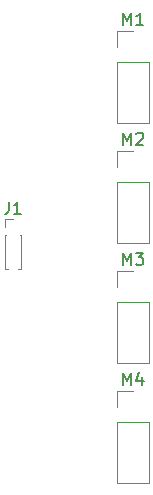
<source format=gbr>
%TF.GenerationSoftware,KiCad,Pcbnew,7.0.11+dfsg-1build4*%
%TF.CreationDate,2024-10-29T00:20:35+01:00*%
%TF.ProjectId,4to1Servosiganlforplanes,34746f31-5365-4727-966f-736967616e6c,rev?*%
%TF.SameCoordinates,Original*%
%TF.FileFunction,Legend,Top*%
%TF.FilePolarity,Positive*%
%FSLAX46Y46*%
G04 Gerber Fmt 4.6, Leading zero omitted, Abs format (unit mm)*
G04 Created by KiCad (PCBNEW 7.0.11+dfsg-1build4) date 2024-10-29 00:20:35*
%MOMM*%
%LPD*%
G01*
G04 APERTURE LIST*
%ADD10C,0.150000*%
%ADD11C,0.120000*%
G04 APERTURE END LIST*
D10*
X110950476Y-94644819D02*
X110950476Y-93644819D01*
X110950476Y-93644819D02*
X111283809Y-94359104D01*
X111283809Y-94359104D02*
X111617142Y-93644819D01*
X111617142Y-93644819D02*
X111617142Y-94644819D01*
X112521904Y-93978152D02*
X112521904Y-94644819D01*
X112283809Y-93597200D02*
X112045714Y-94311485D01*
X112045714Y-94311485D02*
X112664761Y-94311485D01*
X110950476Y-84484819D02*
X110950476Y-83484819D01*
X110950476Y-83484819D02*
X111283809Y-84199104D01*
X111283809Y-84199104D02*
X111617142Y-83484819D01*
X111617142Y-83484819D02*
X111617142Y-84484819D01*
X111998095Y-83484819D02*
X112617142Y-83484819D01*
X112617142Y-83484819D02*
X112283809Y-83865771D01*
X112283809Y-83865771D02*
X112426666Y-83865771D01*
X112426666Y-83865771D02*
X112521904Y-83913390D01*
X112521904Y-83913390D02*
X112569523Y-83961009D01*
X112569523Y-83961009D02*
X112617142Y-84056247D01*
X112617142Y-84056247D02*
X112617142Y-84294342D01*
X112617142Y-84294342D02*
X112569523Y-84389580D01*
X112569523Y-84389580D02*
X112521904Y-84437200D01*
X112521904Y-84437200D02*
X112426666Y-84484819D01*
X112426666Y-84484819D02*
X112140952Y-84484819D01*
X112140952Y-84484819D02*
X112045714Y-84437200D01*
X112045714Y-84437200D02*
X111998095Y-84389580D01*
X110950476Y-74324819D02*
X110950476Y-73324819D01*
X110950476Y-73324819D02*
X111283809Y-74039104D01*
X111283809Y-74039104D02*
X111617142Y-73324819D01*
X111617142Y-73324819D02*
X111617142Y-74324819D01*
X112045714Y-73420057D02*
X112093333Y-73372438D01*
X112093333Y-73372438D02*
X112188571Y-73324819D01*
X112188571Y-73324819D02*
X112426666Y-73324819D01*
X112426666Y-73324819D02*
X112521904Y-73372438D01*
X112521904Y-73372438D02*
X112569523Y-73420057D01*
X112569523Y-73420057D02*
X112617142Y-73515295D01*
X112617142Y-73515295D02*
X112617142Y-73610533D01*
X112617142Y-73610533D02*
X112569523Y-73753390D01*
X112569523Y-73753390D02*
X111998095Y-74324819D01*
X111998095Y-74324819D02*
X112617142Y-74324819D01*
X110950476Y-64164819D02*
X110950476Y-63164819D01*
X110950476Y-63164819D02*
X111283809Y-63879104D01*
X111283809Y-63879104D02*
X111617142Y-63164819D01*
X111617142Y-63164819D02*
X111617142Y-64164819D01*
X112617142Y-64164819D02*
X112045714Y-64164819D01*
X112331428Y-64164819D02*
X112331428Y-63164819D01*
X112331428Y-63164819D02*
X112236190Y-63307676D01*
X112236190Y-63307676D02*
X112140952Y-63402914D01*
X112140952Y-63402914D02*
X112045714Y-63450533D01*
X101266666Y-79174819D02*
X101266666Y-79889104D01*
X101266666Y-79889104D02*
X101219047Y-80031961D01*
X101219047Y-80031961D02*
X101123809Y-80127200D01*
X101123809Y-80127200D02*
X100980952Y-80174819D01*
X100980952Y-80174819D02*
X100885714Y-80174819D01*
X102266666Y-80174819D02*
X101695238Y-80174819D01*
X101980952Y-80174819D02*
X101980952Y-79174819D01*
X101980952Y-79174819D02*
X101885714Y-79317676D01*
X101885714Y-79317676D02*
X101790476Y-79412914D01*
X101790476Y-79412914D02*
X101695238Y-79460533D01*
D11*
%TO.C,M4*%
X110430000Y-97790000D02*
X113090000Y-97790000D01*
X110430000Y-95190000D02*
X111760000Y-95190000D01*
X113090000Y-97790000D02*
X113090000Y-102930000D01*
X110430000Y-96520000D02*
X110430000Y-95190000D01*
X110430000Y-97790000D02*
X110430000Y-102930000D01*
X110430000Y-102930000D02*
X113090000Y-102930000D01*
%TO.C,M3*%
X110430000Y-87630000D02*
X113090000Y-87630000D01*
X110430000Y-85030000D02*
X111760000Y-85030000D01*
X113090000Y-87630000D02*
X113090000Y-92770000D01*
X110430000Y-86360000D02*
X110430000Y-85030000D01*
X110430000Y-87630000D02*
X110430000Y-92770000D01*
X110430000Y-92770000D02*
X113090000Y-92770000D01*
%TO.C,M2*%
X110430000Y-77470000D02*
X113090000Y-77470000D01*
X110430000Y-74870000D02*
X111760000Y-74870000D01*
X113090000Y-77470000D02*
X113090000Y-82610000D01*
X110430000Y-76200000D02*
X110430000Y-74870000D01*
X110430000Y-77470000D02*
X110430000Y-82610000D01*
X110430000Y-82610000D02*
X113090000Y-82610000D01*
%TO.C,M1*%
X110430000Y-67310000D02*
X113090000Y-67310000D01*
X110430000Y-64710000D02*
X111760000Y-64710000D01*
X113090000Y-67310000D02*
X113090000Y-72450000D01*
X110430000Y-66040000D02*
X110430000Y-64710000D01*
X110430000Y-67310000D02*
X110430000Y-72450000D01*
X110430000Y-72450000D02*
X113090000Y-72450000D01*
%TO.C,J1*%
X102295000Y-81965000D02*
X102295000Y-84840000D01*
X100905000Y-84840000D02*
X101205507Y-84840000D01*
X102208276Y-81965000D02*
X102295000Y-81965000D01*
X101994493Y-84840000D02*
X102295000Y-84840000D01*
X100905000Y-81965000D02*
X100991724Y-81965000D01*
X100905000Y-81280000D02*
X100905000Y-80595000D01*
X100905000Y-81965000D02*
X100905000Y-84840000D01*
X100905000Y-80595000D02*
X101600000Y-80595000D01*
%TD*%
M02*

</source>
